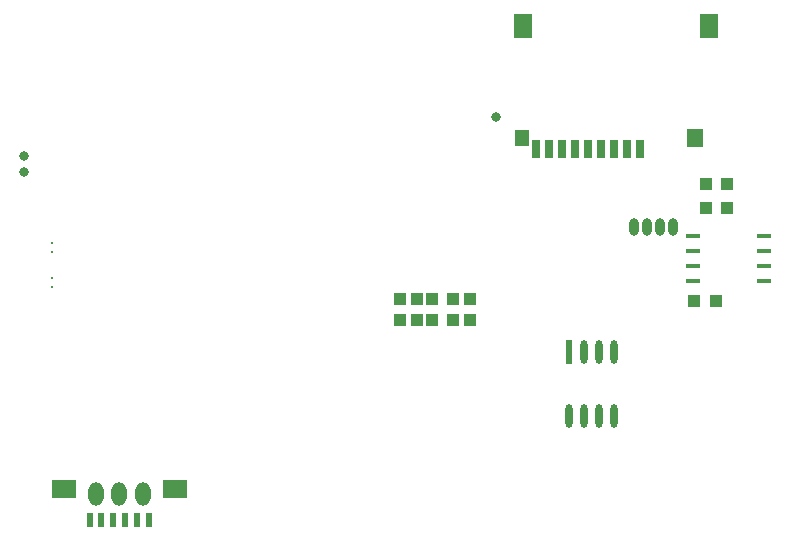
<source format=gbp>
G04 Layer_Color=128*
%FSLAX44Y44*%
%MOMM*%
G71*
G01*
G75*
%ADD11R,1.0000X1.0000*%
%ADD19O,0.3000X0.2000*%
%ADD20C,0.8000*%
%ADD21R,1.0000X1.0000*%
%ADD74O,0.8000X1.5000*%
%ADD75R,0.6000X2.0000*%
%ADD76O,0.6000X2.0000*%
%ADD77R,1.2000X0.4000*%
%ADD78R,0.7000X1.6000*%
%ADD79R,1.6000X2.1500*%
%ADD80R,1.4000X1.6000*%
%ADD81R,1.2000X1.4000*%
%ADD82R,2.0000X1.6000*%
%ADD83R,0.5000X1.3000*%
%ADD84O,1.3000X2.0000*%
D11*
X751860Y601000D02*
D03*
X733890D02*
D03*
X751860Y581000D02*
D03*
X733890D02*
D03*
X741860Y502000D02*
D03*
X723890D02*
D03*
D19*
X179936Y551222D02*
D03*
Y543754D02*
D03*
Y521222D02*
D03*
Y513754D02*
D03*
D20*
X556343Y658000D02*
D03*
X156000Y625000D02*
D03*
Y611000D02*
D03*
D21*
X534000Y503860D02*
D03*
Y485890D02*
D03*
X520000Y503860D02*
D03*
Y485890D02*
D03*
X502000Y503860D02*
D03*
Y485890D02*
D03*
X489000Y503860D02*
D03*
Y485890D02*
D03*
X475000Y503860D02*
D03*
Y485890D02*
D03*
D74*
X673000Y565000D02*
D03*
X695000D02*
D03*
X684000D02*
D03*
X706000D02*
D03*
D75*
X617950Y459000D02*
D03*
D76*
X630650D02*
D03*
X643350D02*
D03*
X656050D02*
D03*
X617950Y405000D02*
D03*
X630650D02*
D03*
X643350D02*
D03*
X656050D02*
D03*
D77*
X723028Y531650D02*
D03*
Y544350D02*
D03*
Y518950D02*
D03*
Y557050D02*
D03*
X782972Y518950D02*
D03*
Y557050D02*
D03*
Y531650D02*
D03*
Y544350D02*
D03*
D78*
X590000Y631000D02*
D03*
X601000D02*
D03*
X667000D02*
D03*
X656000D02*
D03*
X678000D02*
D03*
X645000D02*
D03*
X634000D02*
D03*
X623000D02*
D03*
X612000D02*
D03*
D79*
X736000Y735000D02*
D03*
X578500D02*
D03*
D80*
X724500Y640000D02*
D03*
D81*
X578000D02*
D03*
D82*
X284000Y343000D02*
D03*
X190000D02*
D03*
D83*
X262000Y316200D02*
D03*
X252000D02*
D03*
X242000D02*
D03*
X232000D02*
D03*
X222000D02*
D03*
X212000D02*
D03*
D84*
X257000Y339000D02*
D03*
X217000D02*
D03*
X237000D02*
D03*
M02*

</source>
